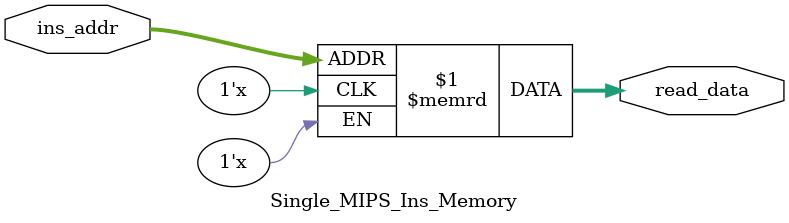
<source format=v>
module Single_MIPS_Ins_Memory 

# (
	parameter 	ADDR_WIDTH = 32,
				DATA_WIDTH = 32
)
(	
	input 		[5:0]	ins_addr,	// A
	
	output 		[DATA_WIDTH-1:0]	read_data	// RD
);

	reg [DATA_WIDTH-1:0] INS_MEM [ADDR_WIDTH*2-1:0];

assign read_data = INS_MEM[ins_addr];

endmodule : Single_MIPS_Ins_Memory
</source>
